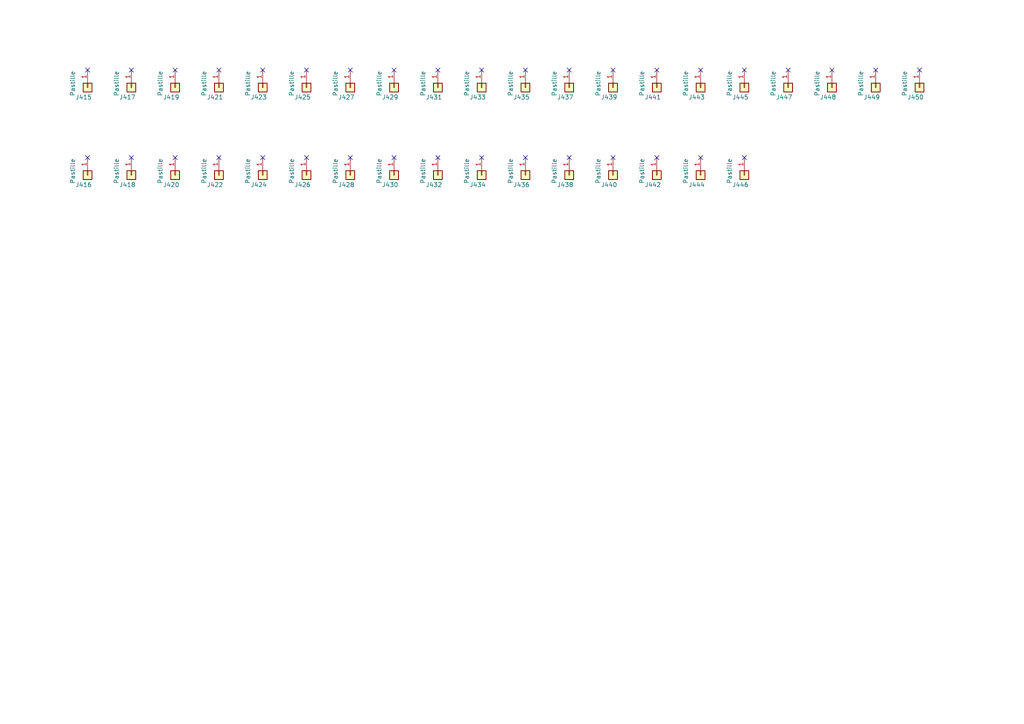
<source format=kicad_sch>
(kicad_sch (version 20250114) (generator "eeschema") (generator_version "9.0")
  (paper "A4")
  (lib_symbols
    (symbol "Connector_Generic:Conn_01x01" (pin_names (offset 1.016) (hide yes))
      (property "Reference" "J" (at 0 2.54 0))
      (property "Value" "Conn_01x01" (at 0 -2.54 0))
      (symbol "Conn_01x01_1_1"
        (rectangle (start -1.27 1.27) (end 1.27 -1.27) (stroke (width 0.254)) (fill (type background)))
        (rectangle (start -1.27 0.127) (end 0 -0.127) (stroke (width 0.1524)))
        (pin passive line (at -5.08 0 0) (length 3.81) (name "Pin_1") (number "1"))
      )
    )
  )
  (no_connect (at 152.4 45.72))
  (no_connect (at 25.4 20.32))
  (no_connect (at 266.7 20.32))
  (no_connect (at 165.1 20.32))
  (no_connect (at 254 20.32))
  (no_connect (at 152.4 20.32))
  (no_connect (at 63.5 45.72))
  (no_connect (at 241.3 20.32))
  (no_connect (at 88.9 45.72))
  (no_connect (at 101.6 45.72))
  (no_connect (at 215.9 20.32))
  (no_connect (at 139.7 20.32))
  (no_connect (at 203.2 45.72))
  (no_connect (at 50.8 45.72))
  (no_connect (at 203.2 20.32))
  (no_connect (at 114.3 45.72))
  (no_connect (at 139.7 45.72))
  (no_connect (at 114.3 20.32))
  (no_connect (at 63.5 20.32))
  (no_connect (at 177.8 45.72))
  (no_connect (at 177.8 20.32))
  (no_connect (at 228.6 20.32))
  (no_connect (at 88.9 20.32))
  (no_connect (at 25.4 45.72))
  (no_connect (at 190.5 20.32))
  (no_connect (at 127 45.72))
  (no_connect (at 76.2 45.72))
  (no_connect (at 50.8 20.32))
  (no_connect (at 165.1 45.72))
  (no_connect (at 101.6 20.32))
  (no_connect (at 127 20.32))
  (no_connect (at 215.9 45.72))
  (no_connect (at 38.1 45.72))
  (no_connect (at 76.2 20.32))
  (no_connect (at 38.1 20.32))
  (no_connect (at 190.5 45.72))
  (symbol (lib_id "Connector_Generic:Conn_01x01") (at 101.6 25.4 270) (unit 1) (in_bom no)
    (property "Reference" "J133" (at 102.87 28.194 90) (effects (justify right)))
    (property "Value" "Pastille" (at 97.282 27.94 0) (effects (justify right)))
    (property "Footprint" "Chimere_comps:Pastille" (effects (hide yes)))
    (instances (project "Ingonde_10x10" (path "" (reference "J427") (unit 1)) (path "" (reference "J607") (unit 1)) (path "" (reference "J211") (unit 1)) (path "" (reference "J355") (unit 1)) (path "" (reference "J319") (unit 1)) (path "" (reference "J175") (unit 1)) (path "" (reference "J391") (unit 1)) (path "" (reference "J535") (unit 1)) (path "" (reference "J715") (unit 1)) (path "" (reference "J133") (unit 1)) (path "" (reference "J247") (unit 1)) (path "" (reference "J463") (unit 1)) (path "" (reference "J571") (unit 1)) (path "" (reference "J643") (unit 1)) (path "" (reference "J283") (unit 1)) (path "" (reference "J499") (unit 1)) (path "" (reference "J679") (unit 1))))
  )
  (symbol (lib_id "Connector_Generic:Conn_01x01") (at 127 50.8 270) (unit 1) (in_bom no)
    (property "Reference" "J155" (at 128.27 53.594 90) (effects (justify right)))
    (property "Value" "Pastille" (at 122.682 53.34 0) (effects (justify right)))
    (property "Footprint" "Chimere_comps:Pastille" (effects (hide yes)))
    (instances (project "Ingonde_10x10" (path "" (reference "J432") (unit 1)) (path "" (reference "J612") (unit 1)) (path "" (reference "J216") (unit 1)) (path "" (reference "J360") (unit 1)) (path "" (reference "J324") (unit 1)) (path "" (reference "J180") (unit 1)) (path "" (reference "J396") (unit 1)) (path "" (reference "J540") (unit 1)) (path "" (reference "J720") (unit 1)) (path "" (reference "J155") (unit 1)) (path "" (reference "J252") (unit 1)) (path "" (reference "J468") (unit 1)) (path "" (reference "J576") (unit 1)) (path "" (reference "J648") (unit 1)) (path "" (reference "J288") (unit 1)) (path "" (reference "J504") (unit 1)) (path "" (reference "J684") (unit 1))))
  )
  (symbol (lib_id "Connector_Generic:Conn_01x01") (at 190.5 25.4 270) (unit 1) (in_bom no)
    (property "Reference" "J140" (at 191.77 28.194 90) (effects (justify right)))
    (property "Value" "Pastille" (at 186.182 27.94 0) (effects (justify right)))
    (property "Footprint" "Chimere_comps:Pastille" (effects (hide yes)))
    (instances (project "Ingonde_10x10" (path "" (reference "J441") (unit 1)) (path "" (reference "J621") (unit 1)) (path "" (reference "J225") (unit 1)) (path "" (reference "J369") (unit 1)) (path "" (reference "J333") (unit 1)) (path "" (reference "J189") (unit 1)) (path "" (reference "J405") (unit 1)) (path "" (reference "J549") (unit 1)) (path "" (reference "J729") (unit 1)) (path "" (reference "J140") (unit 1)) (path "" (reference "J261") (unit 1)) (path "" (reference "J477") (unit 1)) (path "" (reference "J585") (unit 1)) (path "" (reference "J657") (unit 1)) (path "" (reference "J297") (unit 1)) (path "" (reference "J513") (unit 1)) (path "" (reference "J693") (unit 1))))
  )
  (symbol (lib_id "Connector_Generic:Conn_01x01") (at 266.7 25.4 270) (unit 1) (in_bom no)
    (property "Reference" "J146" (at 267.97 28.194 90) (effects (justify right)))
    (property "Value" "Pastille" (at 262.382 27.94 0) (effects (justify right)))
    (property "Footprint" "Chimere_comps:Pastille" (effects (hide yes)))
    (instances (project "Ingonde_10x10" (path "" (reference "J450") (unit 1)) (path "" (reference "J630") (unit 1)) (path "" (reference "J234") (unit 1)) (path "" (reference "J378") (unit 1)) (path "" (reference "J342") (unit 1)) (path "" (reference "J198") (unit 1)) (path "" (reference "J414") (unit 1)) (path "" (reference "J558") (unit 1)) (path "" (reference "J738") (unit 1)) (path "" (reference "J146") (unit 1)) (path "" (reference "J270") (unit 1)) (path "" (reference "J486") (unit 1)) (path "" (reference "J594") (unit 1)) (path "" (reference "J666") (unit 1)) (path "" (reference "J306") (unit 1)) (path "" (reference "J522") (unit 1)) (path "" (reference "J702") (unit 1))))
  )
  (symbol (lib_id "Connector_Generic:Conn_01x01") (at 177.8 50.8 270) (unit 1) (in_bom no)
    (property "Reference" "J159" (at 179.07 53.594 90) (effects (justify right)))
    (property "Value" "Pastille" (at 173.482 53.34 0) (effects (justify right)))
    (property "Footprint" "Chimere_comps:Pastille" (effects (hide yes)))
    (instances (project "Ingonde_10x10" (path "" (reference "J440") (unit 1)) (path "" (reference "J620") (unit 1)) (path "" (reference "J224") (unit 1)) (path "" (reference "J368") (unit 1)) (path "" (reference "J332") (unit 1)) (path "" (reference "J188") (unit 1)) (path "" (reference "J404") (unit 1)) (path "" (reference "J548") (unit 1)) (path "" (reference "J728") (unit 1)) (path "" (reference "J159") (unit 1)) (path "" (reference "J260") (unit 1)) (path "" (reference "J476") (unit 1)) (path "" (reference "J584") (unit 1)) (path "" (reference "J656") (unit 1)) (path "" (reference "J296") (unit 1)) (path "" (reference "J512") (unit 1)) (path "" (reference "J692") (unit 1))))
  )
  (symbol (lib_id "Connector_Generic:Conn_01x01") (at 165.1 50.8 270) (unit 1) (in_bom no)
    (property "Reference" "J158" (at 166.37 53.594 90) (effects (justify right)))
    (property "Value" "Pastille" (at 160.782 53.34 0) (effects (justify right)))
    (property "Footprint" "Chimere_comps:Pastille" (effects (hide yes)))
    (instances (project "Ingonde_10x10" (path "" (reference "J438") (unit 1)) (path "" (reference "J618") (unit 1)) (path "" (reference "J222") (unit 1)) (path "" (reference "J366") (unit 1)) (path "" (reference "J330") (unit 1)) (path "" (reference "J186") (unit 1)) (path "" (reference "J402") (unit 1)) (path "" (reference "J546") (unit 1)) (path "" (reference "J726") (unit 1)) (path "" (reference "J158") (unit 1)) (path "" (reference "J258") (unit 1)) (path "" (reference "J474") (unit 1)) (path "" (reference "J582") (unit 1)) (path "" (reference "J654") (unit 1)) (path "" (reference "J294") (unit 1)) (path "" (reference "J510") (unit 1)) (path "" (reference "J690") (unit 1))))
  )
  (symbol (lib_id "Connector_Generic:Conn_01x01") (at 139.7 50.8 270) (unit 1) (in_bom no)
    (property "Reference" "J156" (at 140.97 53.594 90) (effects (justify right)))
    (property "Value" "Pastille" (at 135.382 53.34 0) (effects (justify right)))
    (property "Footprint" "Chimere_comps:Pastille" (effects (hide yes)))
    (instances (project "Ingonde_10x10" (path "" (reference "J434") (unit 1)) (path "" (reference "J614") (unit 1)) (path "" (reference "J218") (unit 1)) (path "" (reference "J362") (unit 1)) (path "" (reference "J326") (unit 1)) (path "" (reference "J182") (unit 1)) (path "" (reference "J398") (unit 1)) (path "" (reference "J542") (unit 1)) (path "" (reference "J722") (unit 1)) (path "" (reference "J156") (unit 1)) (path "" (reference "J254") (unit 1)) (path "" (reference "J470") (unit 1)) (path "" (reference "J578") (unit 1)) (path "" (reference "J650") (unit 1)) (path "" (reference "J290") (unit 1)) (path "" (reference "J506") (unit 1)) (path "" (reference "J686") (unit 1))))
  )
  (symbol (lib_id "Connector_Generic:Conn_01x01") (at 177.8 25.4 270) (unit 1) (in_bom no)
    (property "Reference" "J139" (at 179.07 28.194 90) (effects (justify right)))
    (property "Value" "Pastille" (at 173.482 27.94 0) (effects (justify right)))
    (property "Footprint" "Chimere_comps:Pastille" (effects (hide yes)))
    (instances (project "Ingonde_10x10" (path "" (reference "J439") (unit 1)) (path "" (reference "J619") (unit 1)) (path "" (reference "J223") (unit 1)) (path "" (reference "J367") (unit 1)) (path "" (reference "J331") (unit 1)) (path "" (reference "J187") (unit 1)) (path "" (reference "J403") (unit 1)) (path "" (reference "J547") (unit 1)) (path "" (reference "J727") (unit 1)) (path "" (reference "J139") (unit 1)) (path "" (reference "J259") (unit 1)) (path "" (reference "J475") (unit 1)) (path "" (reference "J583") (unit 1)) (path "" (reference "J655") (unit 1)) (path "" (reference "J295") (unit 1)) (path "" (reference "J511") (unit 1)) (path "" (reference "J691") (unit 1))))
  )
  (symbol (lib_id "Connector_Generic:Conn_01x01") (at 152.4 25.4 270) (unit 1) (in_bom no)
    (property "Reference" "J137" (at 153.67 28.194 90) (effects (justify right)))
    (property "Value" "Pastille" (at 148.082 27.94 0) (effects (justify right)))
    (property "Footprint" "Chimere_comps:Pastille" (effects (hide yes)))
    (instances (project "Ingonde_10x10" (path "" (reference "J435") (unit 1)) (path "" (reference "J615") (unit 1)) (path "" (reference "J219") (unit 1)) (path "" (reference "J363") (unit 1)) (path "" (reference "J327") (unit 1)) (path "" (reference "J183") (unit 1)) (path "" (reference "J399") (unit 1)) (path "" (reference "J543") (unit 1)) (path "" (reference "J723") (unit 1)) (path "" (reference "J137") (unit 1)) (path "" (reference "J255") (unit 1)) (path "" (reference "J471") (unit 1)) (path "" (reference "J579") (unit 1)) (path "" (reference "J651") (unit 1)) (path "" (reference "J291") (unit 1)) (path "" (reference "J507") (unit 1)) (path "" (reference "J687") (unit 1))))
  )
  (symbol (lib_id "Connector_Generic:Conn_01x01") (at 190.5 50.8 270) (unit 1) (in_bom no)
    (property "Reference" "J160" (at 191.77 53.594 90) (effects (justify right)))
    (property "Value" "Pastille" (at 186.182 53.34 0) (effects (justify right)))
    (property "Footprint" "Chimere_comps:Pastille" (effects (hide yes)))
    (instances (project "Ingonde_10x10" (path "" (reference "J442") (unit 1)) (path "" (reference "J622") (unit 1)) (path "" (reference "J226") (unit 1)) (path "" (reference "J370") (unit 1)) (path "" (reference "J334") (unit 1)) (path "" (reference "J190") (unit 1)) (path "" (reference "J406") (unit 1)) (path "" (reference "J550") (unit 1)) (path "" (reference "J730") (unit 1)) (path "" (reference "J160") (unit 1)) (path "" (reference "J262") (unit 1)) (path "" (reference "J478") (unit 1)) (path "" (reference "J586") (unit 1)) (path "" (reference "J658") (unit 1)) (path "" (reference "J298") (unit 1)) (path "" (reference "J514") (unit 1)) (path "" (reference "J694") (unit 1))))
  )
  (symbol (lib_id "Connector_Generic:Conn_01x01") (at 241.3 25.4 270) (unit 1) (in_bom no)
    (property "Reference" "J144" (at 242.57 28.194 90) (effects (justify right)))
    (property "Value" "Pastille" (at 236.982 27.94 0) (effects (justify right)))
    (property "Footprint" "Chimere_comps:Pastille" (effects (hide yes)))
    (instances (project "Ingonde_10x10" (path "" (reference "J448") (unit 1)) (path "" (reference "J628") (unit 1)) (path "" (reference "J232") (unit 1)) (path "" (reference "J376") (unit 1)) (path "" (reference "J340") (unit 1)) (path "" (reference "J196") (unit 1)) (path "" (reference "J412") (unit 1)) (path "" (reference "J556") (unit 1)) (path "" (reference "J736") (unit 1)) (path "" (reference "J144") (unit 1)) (path "" (reference "J268") (unit 1)) (path "" (reference "J484") (unit 1)) (path "" (reference "J592") (unit 1)) (path "" (reference "J664") (unit 1)) (path "" (reference "J304") (unit 1)) (path "" (reference "J520") (unit 1)) (path "" (reference "J700") (unit 1))))
  )
  (symbol (lib_id "Connector_Generic:Conn_01x01") (at 88.9 25.4 270) (unit 1) (in_bom no)
    (property "Reference" "J132" (at 90.17 28.194 90) (effects (justify right)))
    (property "Value" "Pastille" (at 84.582 27.94 0) (effects (justify right)))
    (property "Footprint" "Chimere_comps:Pastille" (effects (hide yes)))
    (instances (project "Ingonde_10x10" (path "" (reference "J425") (unit 1)) (path "" (reference "J605") (unit 1)) (path "" (reference "J209") (unit 1)) (path "" (reference "J353") (unit 1)) (path "" (reference "J317") (unit 1)) (path "" (reference "J173") (unit 1)) (path "" (reference "J389") (unit 1)) (path "" (reference "J533") (unit 1)) (path "" (reference "J713") (unit 1)) (path "" (reference "J132") (unit 1)) (path "" (reference "J245") (unit 1)) (path "" (reference "J461") (unit 1)) (path "" (reference "J569") (unit 1)) (path "" (reference "J641") (unit 1)) (path "" (reference "J281") (unit 1)) (path "" (reference "J497") (unit 1)) (path "" (reference "J677") (unit 1))))
  )
  (symbol (lib_id "Connector_Generic:Conn_01x01") (at 215.9 50.8 270) (unit 1) (in_bom no)
    (property "Reference" "J162" (at 217.17 53.594 90) (effects (justify right)))
    (property "Value" "Pastille" (at 211.582 53.34 0) (effects (justify right)))
    (property "Footprint" "Chimere_comps:Pastille" (effects (hide yes)))
    (instances (project "Ingonde_10x10" (path "" (reference "J446") (unit 1)) (path "" (reference "J626") (unit 1)) (path "" (reference "J230") (unit 1)) (path "" (reference "J374") (unit 1)) (path "" (reference "J338") (unit 1)) (path "" (reference "J194") (unit 1)) (path "" (reference "J410") (unit 1)) (path "" (reference "J554") (unit 1)) (path "" (reference "J734") (unit 1)) (path "" (reference "J162") (unit 1)) (path "" (reference "J266") (unit 1)) (path "" (reference "J482") (unit 1)) (path "" (reference "J590") (unit 1)) (path "" (reference "J662") (unit 1)) (path "" (reference "J302") (unit 1)) (path "" (reference "J518") (unit 1)) (path "" (reference "J698") (unit 1))))
  )
  (symbol (lib_id "Connector_Generic:Conn_01x01") (at 50.8 50.8 270) (unit 1) (in_bom no)
    (property "Reference" "J149" (at 52.07 53.594 90) (effects (justify right)))
    (property "Value" "Pastille" (at 46.482 53.34 0) (effects (justify right)))
    (property "Footprint" "Chimere_comps:Pastille" (effects (hide yes)))
    (instances (project "Ingonde_10x10" (path "" (reference "J420") (unit 1)) (path "" (reference "J600") (unit 1)) (path "" (reference "J204") (unit 1)) (path "" (reference "J348") (unit 1)) (path "" (reference "J312") (unit 1)) (path "" (reference "J168") (unit 1)) (path "" (reference "J384") (unit 1)) (path "" (reference "J528") (unit 1)) (path "" (reference "J708") (unit 1)) (path "" (reference "J149") (unit 1)) (path "" (reference "J240") (unit 1)) (path "" (reference "J456") (unit 1)) (path "" (reference "J564") (unit 1)) (path "" (reference "J636") (unit 1)) (path "" (reference "J276") (unit 1)) (path "" (reference "J492") (unit 1)) (path "" (reference "J672") (unit 1))))
  )
  (symbol (lib_id "Connector_Generic:Conn_01x01") (at 88.9 50.8 270) (unit 1) (in_bom no)
    (property "Reference" "J152" (at 90.17 53.594 90) (effects (justify right)))
    (property "Value" "Pastille" (at 84.582 53.34 0) (effects (justify right)))
    (property "Footprint" "Chimere_comps:Pastille" (effects (hide yes)))
    (instances (project "Ingonde_10x10" (path "" (reference "J426") (unit 1)) (path "" (reference "J606") (unit 1)) (path "" (reference "J210") (unit 1)) (path "" (reference "J354") (unit 1)) (path "" (reference "J318") (unit 1)) (path "" (reference "J174") (unit 1)) (path "" (reference "J390") (unit 1)) (path "" (reference "J534") (unit 1)) (path "" (reference "J714") (unit 1)) (path "" (reference "J152") (unit 1)) (path "" (reference "J246") (unit 1)) (path "" (reference "J462") (unit 1)) (path "" (reference "J570") (unit 1)) (path "" (reference "J642") (unit 1)) (path "" (reference "J282") (unit 1)) (path "" (reference "J498") (unit 1)) (path "" (reference "J678") (unit 1))))
  )
  (symbol (lib_id "Connector_Generic:Conn_01x01") (at 215.9 25.4 270) (unit 1) (in_bom no)
    (property "Reference" "J142" (at 217.17 28.194 90) (effects (justify right)))
    (property "Value" "Pastille" (at 211.582 27.94 0) (effects (justify right)))
    (property "Footprint" "Chimere_comps:Pastille" (effects (hide yes)))
    (instances (project "Ingonde_10x10" (path "" (reference "J445") (unit 1)) (path "" (reference "J625") (unit 1)) (path "" (reference "J229") (unit 1)) (path "" (reference "J373") (unit 1)) (path "" (reference "J337") (unit 1)) (path "" (reference "J193") (unit 1)) (path "" (reference "J409") (unit 1)) (path "" (reference "J553") (unit 1)) (path "" (reference "J733") (unit 1)) (path "" (reference "J142") (unit 1)) (path "" (reference "J265") (unit 1)) (path "" (reference "J481") (unit 1)) (path "" (reference "J589") (unit 1)) (path "" (reference "J661") (unit 1)) (path "" (reference "J301") (unit 1)) (path "" (reference "J517") (unit 1)) (path "" (reference "J697") (unit 1))))
  )
  (symbol (lib_id "Connector_Generic:Conn_01x01") (at 63.5 50.8 270) (unit 1) (in_bom no)
    (property "Reference" "J150" (at 64.77 53.594 90) (effects (justify right)))
    (property "Value" "Pastille" (at 59.182 53.34 0) (effects (justify right)))
    (property "Footprint" "Chimere_comps:Pastille" (effects (hide yes)))
    (instances (project "Ingonde_10x10" (path "" (reference "J422") (unit 1)) (path "" (reference "J602") (unit 1)) (path "" (reference "J206") (unit 1)) (path "" (reference "J350") (unit 1)) (path "" (reference "J314") (unit 1)) (path "" (reference "J170") (unit 1)) (path "" (reference "J386") (unit 1)) (path "" (reference "J530") (unit 1)) (path "" (reference "J710") (unit 1)) (path "" (reference "J150") (unit 1)) (path "" (reference "J242") (unit 1)) (path "" (reference "J458") (unit 1)) (path "" (reference "J566") (unit 1)) (path "" (reference "J638") (unit 1)) (path "" (reference "J278") (unit 1)) (path "" (reference "J494") (unit 1)) (path "" (reference "J674") (unit 1))))
  )
  (symbol (lib_id "Connector_Generic:Conn_01x01") (at 203.2 25.4 270) (unit 1) (in_bom no)
    (property "Reference" "J141" (at 204.47 28.194 90) (effects (justify right)))
    (property "Value" "Pastille" (at 198.882 27.94 0) (effects (justify right)))
    (property "Footprint" "Chimere_comps:Pastille" (effects (hide yes)))
    (instances (project "Ingonde_10x10" (path "" (reference "J443") (unit 1)) (path "" (reference "J623") (unit 1)) (path "" (reference "J227") (unit 1)) (path "" (reference "J371") (unit 1)) (path "" (reference "J335") (unit 1)) (path "" (reference "J191") (unit 1)) (path "" (reference "J407") (unit 1)) (path "" (reference "J551") (unit 1)) (path "" (reference "J731") (unit 1)) (path "" (reference "J141") (unit 1)) (path "" (reference "J263") (unit 1)) (path "" (reference "J479") (unit 1)) (path "" (reference "J587") (unit 1)) (path "" (reference "J659") (unit 1)) (path "" (reference "J299") (unit 1)) (path "" (reference "J515") (unit 1)) (path "" (reference "J695") (unit 1))))
  )
  (symbol (lib_id "Connector_Generic:Conn_01x01") (at 50.8 25.4 270) (unit 1) (in_bom no)
    (property "Reference" "J129" (at 52.07 28.194 90) (effects (justify right)))
    (property "Value" "Pastille" (at 46.482 27.94 0) (effects (justify right)))
    (property "Footprint" "Chimere_comps:Pastille" (effects (hide yes)))
    (instances (project "Ingonde_10x10" (path "" (reference "J419") (unit 1)) (path "" (reference "J599") (unit 1)) (path "" (reference "J203") (unit 1)) (path "" (reference "J347") (unit 1)) (path "" (reference "J311") (unit 1)) (path "" (reference "J167") (unit 1)) (path "" (reference "J383") (unit 1)) (path "" (reference "J527") (unit 1)) (path "" (reference "J707") (unit 1)) (path "" (reference "J129") (unit 1)) (path "" (reference "J239") (unit 1)) (path "" (reference "J455") (unit 1)) (path "" (reference "J563") (unit 1)) (path "" (reference "J635") (unit 1)) (path "" (reference "J275") (unit 1)) (path "" (reference "J491") (unit 1)) (path "" (reference "J671") (unit 1))))
  )
  (symbol (lib_id "Connector_Generic:Conn_01x01") (at 254 25.4 270) (unit 1) (in_bom no)
    (property "Reference" "J145" (at 255.27 28.194 90) (effects (justify right)))
    (property "Value" "Pastille" (at 249.682 27.94 0) (effects (justify right)))
    (property "Footprint" "Chimere_comps:Pastille" (effects (hide yes)))
    (instances (project "Ingonde_10x10" (path "" (reference "J449") (unit 1)) (path "" (reference "J629") (unit 1)) (path "" (reference "J233") (unit 1)) (path "" (reference "J377") (unit 1)) (path "" (reference "J341") (unit 1)) (path "" (reference "J197") (unit 1)) (path "" (reference "J413") (unit 1)) (path "" (reference "J557") (unit 1)) (path "" (reference "J737") (unit 1)) (path "" (reference "J145") (unit 1)) (path "" (reference "J269") (unit 1)) (path "" (reference "J485") (unit 1)) (path "" (reference "J593") (unit 1)) (path "" (reference "J665") (unit 1)) (path "" (reference "J305") (unit 1)) (path "" (reference "J521") (unit 1)) (path "" (reference "J701") (unit 1))))
  )
  (symbol (lib_id "Connector_Generic:Conn_01x01") (at 38.1 50.8 270) (unit 1) (in_bom no)
    (property "Reference" "J148" (at 39.37 53.594 90) (effects (justify right)))
    (property "Value" "Pastille" (at 33.782 53.34 0) (effects (justify right)))
    (property "Footprint" "Chimere_comps:Pastille" (effects (hide yes)))
    (instances (project "Ingonde_10x10" (path "" (reference "J418") (unit 1)) (path "" (reference "J598") (unit 1)) (path "" (reference "J202") (unit 1)) (path "" (reference "J346") (unit 1)) (path "" (reference "J310") (unit 1)) (path "" (reference "J166") (unit 1)) (path "" (reference "J382") (unit 1)) (path "" (reference "J526") (unit 1)) (path "" (reference "J706") (unit 1)) (path "" (reference "J148") (unit 1)) (path "" (reference "J238") (unit 1)) (path "" (reference "J454") (unit 1)) (path "" (reference "J562") (unit 1)) (path "" (reference "J634") (unit 1)) (path "" (reference "J274") (unit 1)) (path "" (reference "J490") (unit 1)) (path "" (reference "J670") (unit 1))))
  )
  (symbol (lib_id "Connector_Generic:Conn_01x01") (at 165.1 25.4 270) (unit 1) (in_bom no)
    (property "Reference" "J138" (at 166.37 28.194 90) (effects (justify right)))
    (property "Value" "Pastille" (at 160.782 27.94 0) (effects (justify right)))
    (property "Footprint" "Chimere_comps:Pastille" (effects (hide yes)))
    (instances (project "Ingonde_10x10" (path "" (reference "J437") (unit 1)) (path "" (reference "J617") (unit 1)) (path "" (reference "J221") (unit 1)) (path "" (reference "J365") (unit 1)) (path "" (reference "J329") (unit 1)) (path "" (reference "J185") (unit 1)) (path "" (reference "J401") (unit 1)) (path "" (reference "J545") (unit 1)) (path "" (reference "J725") (unit 1)) (path "" (reference "J138") (unit 1)) (path "" (reference "J257") (unit 1)) (path "" (reference "J473") (unit 1)) (path "" (reference "J581") (unit 1)) (path "" (reference "J653") (unit 1)) (path "" (reference "J293") (unit 1)) (path "" (reference "J509") (unit 1)) (path "" (reference "J689") (unit 1))))
  )
  (symbol (lib_id "Connector_Generic:Conn_01x01") (at 139.7 25.4 270) (unit 1) (in_bom no)
    (property "Reference" "J136" (at 140.97 28.194 90) (effects (justify right)))
    (property "Value" "Pastille" (at 135.382 27.94 0) (effects (justify right)))
    (property "Footprint" "Chimere_comps:Pastille" (effects (hide yes)))
    (instances (project "Ingonde_10x10" (path "" (reference "J433") (unit 1)) (path "" (reference "J613") (unit 1)) (path "" (reference "J217") (unit 1)) (path "" (reference "J361") (unit 1)) (path "" (reference "J325") (unit 1)) (path "" (reference "J181") (unit 1)) (path "" (reference "J397") (unit 1)) (path "" (reference "J541") (unit 1)) (path "" (reference "J721") (unit 1)) (path "" (reference "J136") (unit 1)) (path "" (reference "J253") (unit 1)) (path "" (reference "J469") (unit 1)) (path "" (reference "J577") (unit 1)) (path "" (reference "J649") (unit 1)) (path "" (reference "J289") (unit 1)) (path "" (reference "J505") (unit 1)) (path "" (reference "J685") (unit 1))))
  )
  (symbol (lib_id "Connector_Generic:Conn_01x01") (at 127 25.4 270) (unit 1) (in_bom no)
    (property "Reference" "J135" (at 128.27 28.194 90) (effects (justify right)))
    (property "Value" "Pastille" (at 122.682 27.94 0) (effects (justify right)))
    (property "Footprint" "Chimere_comps:Pastille" (effects (hide yes)))
    (instances (project "Ingonde_10x10" (path "" (reference "J431") (unit 1)) (path "" (reference "J611") (unit 1)) (path "" (reference "J215") (unit 1)) (path "" (reference "J359") (unit 1)) (path "" (reference "J323") (unit 1)) (path "" (reference "J179") (unit 1)) (path "" (reference "J395") (unit 1)) (path "" (reference "J539") (unit 1)) (path "" (reference "J719") (unit 1)) (path "" (reference "J135") (unit 1)) (path "" (reference "J251") (unit 1)) (path "" (reference "J467") (unit 1)) (path "" (reference "J575") (unit 1)) (path "" (reference "J647") (unit 1)) (path "" (reference "J287") (unit 1)) (path "" (reference "J503") (unit 1)) (path "" (reference "J683") (unit 1))))
  )
  (symbol (lib_id "Connector_Generic:Conn_01x01") (at 203.2 50.8 270) (unit 1) (in_bom no)
    (property "Reference" "J161" (at 204.47 53.594 90) (effects (justify right)))
    (property "Value" "Pastille" (at 198.882 53.34 0) (effects (justify right)))
    (property "Footprint" "Chimere_comps:Pastille" (effects (hide yes)))
    (instances (project "Ingonde_10x10" (path "" (reference "J444") (unit 1)) (path "" (reference "J624") (unit 1)) (path "" (reference "J228") (unit 1)) (path "" (reference "J372") (unit 1)) (path "" (reference "J336") (unit 1)) (path "" (reference "J192") (unit 1)) (path "" (reference "J408") (unit 1)) (path "" (reference "J552") (unit 1)) (path "" (reference "J732") (unit 1)) (path "" (reference "J161") (unit 1)) (path "" (reference "J264") (unit 1)) (path "" (reference "J480") (unit 1)) (path "" (reference "J588") (unit 1)) (path "" (reference "J660") (unit 1)) (path "" (reference "J300") (unit 1)) (path "" (reference "J516") (unit 1)) (path "" (reference "J696") (unit 1))))
  )
  (symbol (lib_id "Connector_Generic:Conn_01x01") (at 63.5 25.4 270) (unit 1) (in_bom no)
    (property "Reference" "J130" (at 64.77 28.194 90) (effects (justify right)))
    (property "Value" "Pastille" (at 59.182 27.94 0) (effects (justify right)))
    (property "Footprint" "Chimere_comps:Pastille" (effects (hide yes)))
    (instances (project "Ingonde_10x10" (path "" (reference "J421") (unit 1)) (path "" (reference "J601") (unit 1)) (path "" (reference "J205") (unit 1)) (path "" (reference "J349") (unit 1)) (path "" (reference "J313") (unit 1)) (path "" (reference "J169") (unit 1)) (path "" (reference "J385") (unit 1)) (path "" (reference "J529") (unit 1)) (path "" (reference "J709") (unit 1)) (path "" (reference "J130") (unit 1)) (path "" (reference "J241") (unit 1)) (path "" (reference "J457") (unit 1)) (path "" (reference "J565") (unit 1)) (path "" (reference "J637") (unit 1)) (path "" (reference "J277") (unit 1)) (path "" (reference "J493") (unit 1)) (path "" (reference "J673") (unit 1))))
  )
  (symbol (lib_id "Connector_Generic:Conn_01x01") (at 101.6 50.8 270) (unit 1) (in_bom no)
    (property "Reference" "J153" (at 102.87 53.594 90) (effects (justify right)))
    (property "Value" "Pastille" (at 97.282 53.34 0) (effects (justify right)))
    (property "Footprint" "Chimere_comps:Pastille" (effects (hide yes)))
    (instances (project "Ingonde_10x10" (path "" (reference "J428") (unit 1)) (path "" (reference "J608") (unit 1)) (path "" (reference "J212") (unit 1)) (path "" (reference "J356") (unit 1)) (path "" (reference "J320") (unit 1)) (path "" (reference "J176") (unit 1)) (path "" (reference "J392") (unit 1)) (path "" (reference "J536") (unit 1)) (path "" (reference "J716") (unit 1)) (path "" (reference "J153") (unit 1)) (path "" (reference "J248") (unit 1)) (path "" (reference "J464") (unit 1)) (path "" (reference "J572") (unit 1)) (path "" (reference "J644") (unit 1)) (path "" (reference "J284") (unit 1)) (path "" (reference "J500") (unit 1)) (path "" (reference "J680") (unit 1))))
  )
  (symbol (lib_id "Connector_Generic:Conn_01x01") (at 25.4 25.4 270) (unit 1) (in_bom no)
    (property "Reference" "J127" (at 26.67 28.194 90) (effects (justify right)))
    (property "Value" "Pastille" (at 21.082 27.94 0) (effects (justify right)))
    (property "Footprint" "Chimere_comps:Pastille" (effects (hide yes)))
    (instances (project "Ingonde_10x10" (path "" (reference "J415") (unit 1)) (path "" (reference "J595") (unit 1)) (path "" (reference "J199") (unit 1)) (path "" (reference "J343") (unit 1)) (path "" (reference "J307") (unit 1)) (path "" (reference "J163") (unit 1)) (path "" (reference "J379") (unit 1)) (path "" (reference "J523") (unit 1)) (path "" (reference "J703") (unit 1)) (path "" (reference "J127") (unit 1)) (path "" (reference "J235") (unit 1)) (path "" (reference "J451") (unit 1)) (path "" (reference "J559") (unit 1)) (path "" (reference "J631") (unit 1)) (path "" (reference "J271") (unit 1)) (path "" (reference "J487") (unit 1)) (path "" (reference "J667") (unit 1))))
  )
  (symbol (lib_id "Connector_Generic:Conn_01x01") (at 38.1 25.4 270) (unit 1) (in_bom no)
    (property "Reference" "J128" (at 39.37 28.194 90) (effects (justify right)))
    (property "Value" "Pastille" (at 33.782 27.94 0) (effects (justify right)))
    (property "Footprint" "Chimere_comps:Pastille" (effects (hide yes)))
    (instances (project "Ingonde_10x10" (path "" (reference "J417") (unit 1)) (path "" (reference "J597") (unit 1)) (path "" (reference "J201") (unit 1)) (path "" (reference "J345") (unit 1)) (path "" (reference "J309") (unit 1)) (path "" (reference "J165") (unit 1)) (path "" (reference "J381") (unit 1)) (path "" (reference "J525") (unit 1)) (path "" (reference "J705") (unit 1)) (path "" (reference "J128") (unit 1)) (path "" (reference "J237") (unit 1)) (path "" (reference "J453") (unit 1)) (path "" (reference "J561") (unit 1)) (path "" (reference "J633") (unit 1)) (path "" (reference "J273") (unit 1)) (path "" (reference "J489") (unit 1)) (path "" (reference "J669") (unit 1))))
  )
  (symbol (lib_id "Connector_Generic:Conn_01x01") (at 114.3 50.8 270) (unit 1) (in_bom no)
    (property "Reference" "J154" (at 115.57 53.594 90) (effects (justify right)))
    (property "Value" "Pastille" (at 109.982 53.34 0) (effects (justify right)))
    (property "Footprint" "Chimere_comps:Pastille" (effects (hide yes)))
    (instances (project "Ingonde_10x10" (path "" (reference "J430") (unit 1)) (path "" (reference "J610") (unit 1)) (path "" (reference "J214") (unit 1)) (path "" (reference "J358") (unit 1)) (path "" (reference "J322") (unit 1)) (path "" (reference "J178") (unit 1)) (path "" (reference "J394") (unit 1)) (path "" (reference "J538") (unit 1)) (path "" (reference "J718") (unit 1)) (path "" (reference "J154") (unit 1)) (path "" (reference "J250") (unit 1)) (path "" (reference "J466") (unit 1)) (path "" (reference "J574") (unit 1)) (path "" (reference "J646") (unit 1)) (path "" (reference "J286") (unit 1)) (path "" (reference "J502") (unit 1)) (path "" (reference "J682") (unit 1))))
  )
  (symbol (lib_id "Connector_Generic:Conn_01x01") (at 228.6 25.4 270) (unit 1) (in_bom no)
    (property "Reference" "J143" (at 229.87 28.194 90) (effects (justify right)))
    (property "Value" "Pastille" (at 224.282 27.94 0) (effects (justify right)))
    (property "Footprint" "Chimere_comps:Pastille" (effects (hide yes)))
    (instances (project "Ingonde_10x10" (path "" (reference "J447") (unit 1)) (path "" (reference "J627") (unit 1)) (path "" (reference "J231") (unit 1)) (path "" (reference "J375") (unit 1)) (path "" (reference "J339") (unit 1)) (path "" (reference "J195") (unit 1)) (path "" (reference "J411") (unit 1)) (path "" (reference "J555") (unit 1)) (path "" (reference "J735") (unit 1)) (path "" (reference "J143") (unit 1)) (path "" (reference "J267") (unit 1)) (path "" (reference "J483") (unit 1)) (path "" (reference "J591") (unit 1)) (path "" (reference "J663") (unit 1)) (path "" (reference "J303") (unit 1)) (path "" (reference "J519") (unit 1)) (path "" (reference "J699") (unit 1))))
  )
  (symbol (lib_id "Connector_Generic:Conn_01x01") (at 152.4 50.8 270) (unit 1) (in_bom no)
    (property "Reference" "J157" (at 153.67 53.594 90) (effects (justify right)))
    (property "Value" "Pastille" (at 148.082 53.34 0) (effects (justify right)))
    (property "Footprint" "Chimere_comps:Pastille" (effects (hide yes)))
    (instances (project "Ingonde_10x10" (path "" (reference "J436") (unit 1)) (path "" (reference "J616") (unit 1)) (path "" (reference "J220") (unit 1)) (path "" (reference "J364") (unit 1)) (path "" (reference "J328") (unit 1)) (path "" (reference "J184") (unit 1)) (path "" (reference "J400") (unit 1)) (path "" (reference "J544") (unit 1)) (path "" (reference "J724") (unit 1)) (path "" (reference "J157") (unit 1)) (path "" (reference "J256") (unit 1)) (path "" (reference "J472") (unit 1)) (path "" (reference "J580") (unit 1)) (path "" (reference "J652") (unit 1)) (path "" (reference "J292") (unit 1)) (path "" (reference "J508") (unit 1)) (path "" (reference "J688") (unit 1))))
  )
  (symbol (lib_id "Connector_Generic:Conn_01x01") (at 25.4 50.8 270) (unit 1) (in_bom no)
    (property "Reference" "J147" (at 26.67 53.594 90) (effects (justify right)))
    (property "Value" "Pastille" (at 21.082 53.34 0) (effects (justify right)))
    (property "Footprint" "Chimere_comps:Pastille" (effects (hide yes)))
    (instances (project "Ingonde_10x10" (path "" (reference "J416") (unit 1)) (path "" (reference "J596") (unit 1)) (path "" (reference "J200") (unit 1)) (path "" (reference "J344") (unit 1)) (path "" (reference "J308") (unit 1)) (path "" (reference "J164") (unit 1)) (path "" (reference "J380") (unit 1)) (path "" (reference "J524") (unit 1)) (path "" (reference "J704") (unit 1)) (path "" (reference "J147") (unit 1)) (path "" (reference "J236") (unit 1)) (path "" (reference "J452") (unit 1)) (path "" (reference "J560") (unit 1)) (path "" (reference "J632") (unit 1)) (path "" (reference "J272") (unit 1)) (path "" (reference "J488") (unit 1)) (path "" (reference "J668") (unit 1))))
  )
  (symbol (lib_id "Connector_Generic:Conn_01x01") (at 76.2 50.8 270) (unit 1) (in_bom no)
    (property "Reference" "J151" (at 77.47 53.594 90) (effects (justify right)))
    (property "Value" "Pastille" (at 71.882 53.34 0) (effects (justify right)))
    (property "Footprint" "Chimere_comps:Pastille" (effects (hide yes)))
    (instances (project "Ingonde_10x10" (path "" (reference "J424") (unit 1)) (path "" (reference "J604") (unit 1)) (path "" (reference "J208") (unit 1)) (path "" (reference "J352") (unit 1)) (path "" (reference "J316") (unit 1)) (path "" (reference "J172") (unit 1)) (path "" (reference "J388") (unit 1)) (path "" (reference "J532") (unit 1)) (path "" (reference "J712") (unit 1)) (path "" (reference "J151") (unit 1)) (path "" (reference "J244") (unit 1)) (path "" (reference "J460") (unit 1)) (path "" (reference "J568") (unit 1)) (path "" (reference "J640") (unit 1)) (path "" (reference "J280") (unit 1)) (path "" (reference "J496") (unit 1)) (path "" (reference "J676") (unit 1))))
  )
  (symbol (lib_id "Connector_Generic:Conn_01x01") (at 114.3 25.4 270) (unit 1) (in_bom no)
    (property "Reference" "J134" (at 115.57 28.194 90) (effects (justify right)))
    (property "Value" "Pastille" (at 109.982 27.94 0) (effects (justify right)))
    (property "Footprint" "Chimere_comps:Pastille" (effects (hide yes)))
    (instances (project "Ingonde_10x10" (path "" (reference "J429") (unit 1)) (path "" (reference "J609") (unit 1)) (path "" (reference "J213") (unit 1)) (path "" (reference "J357") (unit 1)) (path "" (reference "J321") (unit 1)) (path "" (reference "J177") (unit 1)) (path "" (reference "J393") (unit 1)) (path "" (reference "J537") (unit 1)) (path "" (reference "J717") (unit 1)) (path "" (reference "J134") (unit 1)) (path "" (reference "J249") (unit 1)) (path "" (reference "J465") (unit 1)) (path "" (reference "J573") (unit 1)) (path "" (reference "J645") (unit 1)) (path "" (reference "J285") (unit 1)) (path "" (reference "J501") (unit 1)) (path "" (reference "J681") (unit 1))))
  )
  (symbol (lib_id "Connector_Generic:Conn_01x01") (at 76.2 25.4 270) (unit 1) (in_bom no)
    (property "Reference" "J131" (at 77.47 28.194 90) (effects (justify right)))
    (property "Value" "Pastille" (at 71.882 27.94 0) (effects (justify right)))
    (property "Footprint" "Chimere_comps:Pastille" (effects (hide yes)))
    (instances (project "Ingonde_10x10" (path "" (reference "J423") (unit 1)) (path "" (reference "J603") (unit 1)) (path "" (reference "J207") (unit 1)) (path "" (reference "J351") (unit 1)) (path "" (reference "J315") (unit 1)) (path "" (reference "J171") (unit 1)) (path "" (reference "J387") (unit 1)) (path "" (reference "J531") (unit 1)) (path "" (reference "J711") (unit 1)) (path "" (reference "J131") (unit 1)) (path "" (reference "J243") (unit 1)) (path "" (reference "J459") (unit 1)) (path "" (reference "J567") (unit 1)) (path "" (reference "J639") (unit 1)) (path "" (reference "J279") (unit 1)) (path "" (reference "J495") (unit 1)) (path "" (reference "J675") (unit 1))))
  )
)
</source>
